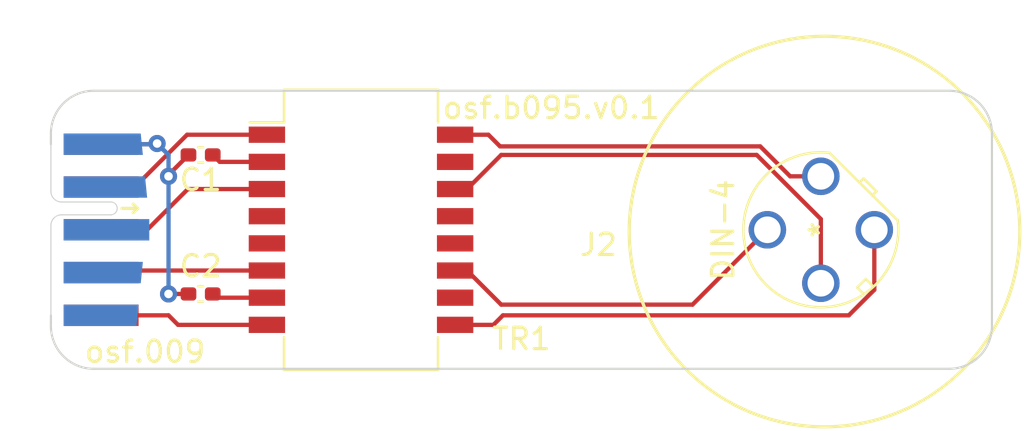
<source format=kicad_pcb>
(kicad_pcb (version 20211014) (generator pcbnew)
  (layers (0 "F.Cu" signal) (31 "B.Cu" signal) (34 "B.Paste" user) (35 "F.Paste" user) (36 "B.SilkS" user "B.Silkscreen") (37 "F.SilkS" user "F.Silkscreen") (38 "B.Mask" user) (39 "F.Mask" user) (44 "Edge.Cuts" user))
  (net 0 "")
  (net 1 "Net-(C1-Pad1)")
  (net 2 "GND")
  (net 3 "Net-(C2-Pad1)")
  (net 4 "/magnetics/TX+")
  (net 5 "/magnetics/TX-")
  (net 6 "/magnetics/RX+")
  (net 7 "/magnetics/RX-")
  (net 12 "/magnetics/RXD-")
  (net 13 "/magnetics/CT2")
  (net 14 "/magnetics/RXD+")
  (net 15 "/magnetics/TXD-")
  (net 16 "/magnetics/CT1")
  (net 17 "/magnetics/TXD+")
  (footprint "parts:M12D" (layer "F.Cu") (at 156 96.5 -90)
    (fp_text reference "J2" (at 0.7 10.4 180) (layer "F.SilkS"))
    (fp_text value "DIN-4" (at 0 4.572 90) (layer "F.SilkS"))
    (fp_text user "*" (at 0 0 -90) (layer "F.SilkS"))
    (fp_text user "*" (at 0 0 90) (layer "F.SilkS"))
    (fp_line (start 2.7 -1.7) (end 3 -2) (layer "F.SilkS") (width 0.12))
    (fp_line (start -0.465621 -3.569761) (end -3.6 -0.4) (layer "F.SilkS") (width 0.12))
    (fp_line (start -1.8 -2.6) (end -1.6 -2.4) (layer "F.SilkS") (width 0.12))
    (fp_line (start 2.6 -2.4) (end 2.3 -2.1) (layer "F.SilkS") (width 0.12))
    (fp_line (start -2.2 -1.8) (end -2.4 -2) (layer "F.SilkS") (width 0.12))
    (fp_line (start 2.3 -2.1) (end 2.7 -1.7) (layer "F.SilkS") (width 0.12))
    (fp_line (start -2.4 -2) (end -1.8 -2.6) (layer "F.SilkS") (width 0.12))
    (fp_arc (start -0.468487 -3.591728) (mid 2.585523 2.536742) (end -3.599999 -0.399999) (layer "F.SilkS") (width 0.12))
    (fp_circle (center 0.082235 -0.171765) (end 9.213535 -0.171765) (layer "F.SilkS") (width 0.1524) (fill none))
    (pad "1" thru_hole circle (at -2.5 0 270) (size 1.7526 1.7526) (drill 1.2446) (layers *.Cu *.Mask) (net 17 "/magnetics/TXD+"))
    (pad "2" thru_hole circle (at 0 -2.5 270) (size 1.7526 1.7526) (drill 1.2446) (layers *.Cu *.Mask) (net 12 "/magnetics/RXD-"))
    (pad "3" thru_hole circle (at 2.5 0) (size 1.7526 1.7526) (drill 1.2446) (layers *.Cu *.Mask) (net 15 "/magnetics/TXD-"))
    (pad "4" thru_hole circle (at 0 2.5) (size 1.7526 1.7526) (drill 1.2446) (layers *.Cu *.Mask) (net 14 "/magnetics/RXD+"))
  )
  (footprint "Capacitor_SMD:C_0402_1005Metric_Pad0.74x0.62mm_HandSolder" (layer "F.Cu") (at 127 93 180)
    (fp_text reference "C1" (at 0 -1.16) (layer "F.SilkS"))
    (fp_text value "100nF")
    (fp_line (start -0.115835 -0.36) (end 0.115835 -0.36) (layer "F.SilkS") (width 0.12))
    (fp_line (start -0.115835 0.36) (end 0.115835 0.36) (layer "F.SilkS") (width 0.12))
    (pad "1" smd roundrect (at -0.5675 0 180) (size 0.735 0.62) (layers "F.Cu" "F.Paste" "F.Mask") (net 1 "Net-(C1-Pad1)"))
    (pad "2" smd roundrect (at 0.5675 0 180) (size 0.735 0.62) (layers "F.Cu" "F.Paste" "F.Mask") (net 2 "GND"))
  )
  (footprint "parts:749013011A" (layer "F.Cu") (at 134.5 96.5)
    (fp_text reference "TR1" (at 7.5 5.1) (layer "F.SilkS"))
    (fp_text value "749013011A")
    (fp_line (start -3.6 -6.55) (end 3.6 -6.55) (layer "F.SilkS") (width 0.12))
    (fp_line (start 3.6 6.55) (end 3.6 5.025) (layer "F.SilkS") (width 0.12))
    (fp_line (start -3.6 5.025) (end -3.6 6.55) (layer "F.SilkS") (width 0.12))
    (fp_line (start -3.6 -5.025) (end -3.6 -6.55) (layer "F.SilkS") (width 0.12))
    (fp_line (start -3.6 6.55) (end 3.6 6.55) (layer "F.SilkS") (width 0.12))
    (fp_line (start -5.2 -5.025) (end -3.6 -5.025) (layer "F.SilkS") (width 0.12))
    (fp_line (start 3.6 -6.55) (end 3.6 -5.025) (layer "F.SilkS") (width 0.12))
    (pad "1" smd rect (at -4.4 -4.445) (size 1.7 0.76) (layers "F.Cu" "F.Paste" "F.Mask") (net 4 "/magnetics/TX+"))
    (pad "2" smd rect (at -4.4 -3.175) (size 1.7 0.76) (layers "F.Cu" "F.Paste" "F.Mask") (net 1 "Net-(C1-Pad1)"))
    (pad "3" smd rect (at -4.4 -1.905) (size 1.7 0.76) (layers "F.Cu" "F.Paste" "F.Mask") (net 5 "/magnetics/TX-"))
    (pad "4" smd rect (at -4.4 -0.635) (size 1.7 0.76) (layers "F.Cu" "F.Paste" "F.Mask"))
    (pad "5" smd rect (at -4.4 0.635) (size 1.7 0.76) (layers "F.Cu" "F.Paste" "F.Mask"))
    (pad "6" smd rect (at -4.4 1.905) (size 1.7 0.76) (layers "F.Cu" "F.Paste" "F.Mask") (net 6 "/magnetics/RX+"))
    (pad "7" smd rect (at -4.4 3.175) (size 1.7 0.76) (layers "F.Cu" "F.Paste" "F.Mask") (net 3 "Net-(C2-Pad1)"))
    (pad "8" smd rect (at -4.4 4.445) (size 1.7 0.76) (layers "F.Cu" "F.Paste" "F.Mask") (net 7 "/magnetics/RX-"))
    (pad "9" smd rect (at 4.4 4.445) (size 1.7 0.76) (layers "F.Cu" "F.Paste" "F.Mask") (net 12 "/magnetics/RXD-"))
    (pad "10" smd rect (at 4.4 3.175) (size 1.7 0.76) (layers "F.Cu" "F.Paste" "F.Mask") (net 13 "/magnetics/CT2"))
    (pad "11" smd rect (at 4.4 1.905) (size 1.7 0.76) (layers "F.Cu" "F.Paste" "F.Mask") (net 14 "/magnetics/RXD+"))
    (pad "12" smd rect (at 4.4 0.635) (size 1.7 0.76) (layers "F.Cu" "F.Paste" "F.Mask"))
    (pad "13" smd rect (at 4.4 -0.635) (size 1.7 0.76) (layers "F.Cu" "F.Paste" "F.Mask"))
    (pad "14" smd rect (at 4.4 -1.905) (size 1.7 0.76) (layers "F.Cu" "F.Paste" "F.Mask") (net 15 "/magnetics/TXD-"))
    (pad "15" smd rect (at 4.4 -3.175) (size 1.7 0.76) (layers "F.Cu" "F.Paste" "F.Mask") (net 16 "/magnetics/CT1"))
    (pad "16" smd rect (at 4.4 -4.445) (size 1.7 0.76) (layers "F.Cu" "F.Paste" "F.Mask") (net 17 "/magnetics/TXD+"))
  )
  (footprint "Capacitor_SMD:C_0402_1005Metric_Pad0.74x0.62mm_HandSolder" (layer "F.Cu") (at 127 99.5 180)
    (fp_text reference "C2" (at 0 1.3) (layer "F.SilkS"))
    (fp_text value "100nF")
    (fp_line (start -0.115835 -0.36) (end 0.115835 -0.36) (layer "F.SilkS") (width 0.12))
    (fp_line (start -0.115835 0.36) (end 0.115835 0.36) (layer "F.SilkS") (width 0.12))
    (pad "1" smd roundrect (at -0.5675 0 180) (size 0.735 0.62) (layers "F.Cu" "F.Paste" "F.Mask") (net 3 "Net-(C2-Pad1)"))
    (pad "2" smd roundrect (at 0.5675 0 180) (size 0.735 0.62) (layers "F.Cu" "F.Paste" "F.Mask") (net 2 "GND"))
  )
  (footprint "on_edge:on_edge_2x05_device" (layer "F.Cu") (at 120 96.5 -90)
    (fp_text reference "J1")
    (fp_text value "009_1000BASE-T")
    (fp_line (start -1 -4.05) (end -0.8 -3.85) (layer "F.SilkS") (width 0.153))
    (fp_line (start -1 -4.05) (end -1 -3.323) (layer "F.SilkS") (width 0.153))
    (fp_line (start -1.2 -3.85) (end -1 -4.05) (layer "F.SilkS") (width 0.153))
    (fp_line (start -0.2 0) (end 4 0) (layer "Edge.Cuts") (width 0.05))
    (fp_line (start -0.7 -0.5) (end -0.7 -2.8) (layer "Edge.Cuts") (width 0.05))
    (fp_line (start -4 0) (end -1.8 0) (layer "Edge.Cuts") (width 0.05))
    (fp_line (start -1.3 -2.8) (end -1.3 -0.5) (layer "Edge.Cuts") (width 0.05))
    (fp_arc (start -0.2 0) (mid -0.553553 -0.146447) (end -0.7 -0.5) (layer "Edge.Cuts") (width 0.05))
    (fp_arc (start -1.3 -0.5) (mid -1.446447 -0.146447) (end -1.8 0) (layer "Edge.Cuts") (width 0.05))
    (fp_arc (start -1.3 -2.8) (mid -1 -3.1) (end -0.7 -2.8) (layer "Edge.Cuts") (width 0.05))
    (pad "1" smd rect (at -4 -2.35 90) (size 1 3.5) (layers "F.Cu" "F.Mask") (net 2 "GND"))
    (pad "2" smd rect (at -2 -2.35 270) (size 1 3.5) (layers "F.Cu" "F.Mask") (net 4 "/magnetics/TX+"))
    (pad "3" smd rect (at 0 -2.35 270) (size 1 3.5) (layers "F.Cu" "F.Mask") (net 5 "/magnetics/TX-"))
    (pad "4" smd rect (at 2 -2.35 90) (size 1 3.5) (layers "F.Cu" "F.Mask") (net 6 "/magnetics/RX+"))
    (pad "5" smd rect (at 4 -2.35 90) (size 1 3.5) (layers "F.Cu" "F.Mask") (net 7 "/magnetics/RX-"))
    (pad "6" smd custom (at -4 -2.4 270) (size 1 3.6) (layers "B.Cu" "B.Mask") (net 2 "GND") (options (clearance outline) (anchor rect)) (primitives (gr_poly (pts (xy 0.5 -1.8) (xy 0.5 -1.9) (xy -0.5 -1.8)) (width 0) (fill yes))))
    (pad "7" smd custom (at -2 -2.1 270) (size 1 3) (layers "B.Cu" "B.Mask") (options (clearance outline) (anchor rect)) (primitives (gr_poly (pts (xy 0.3 -0.51) (xy 0.31 -0.62) (xy 0.33 -0.7) (xy 0.35 -0.76) (xy 0.37 -0.81) (xy 0.4 -0.86) (xy 0.44 -0.92) (xy 0.48 -0.97) (xy 0.5 -0.99) (xy 0.5 -2.4) (xy -0.5 -2.3) (xy -0.5 1.5) (xy 0.3 1.5)) (width 0) (fill yes))))
    (pad "8" smd rect (at 0 -2.6 270) (size 1 4) (layers "B.Cu" "B.Mask"))
    (pad "9" smd custom (at 2 -2.4 270) (size 1 3.6) (layers "B.Cu" "B.Mask") (options (clearance outline) (anchor rect)) (primitives (gr_poly (pts (xy -0.5 -1.8) (xy -0.5 -1.9) (xy 0.5 -1.8)) (width 0) (fill yes))))
    (pad "10" smd custom (at 4 -2.3 270) (size 1 3.4) (layers "B.Cu" "B.Mask") (options (clearance outline) (anchor rect)) (primitives (gr_poly (pts (xy -0.5 -1.7) (xy -0.5 -1.8) (xy 0.5 -1.7)) (width 0) (fill yes))))
  )
  (gr_line (start 120 100.5) (end 120 101) (layer "Edge.Cuts") (width 0.1))
  (gr_arc (start 164 101) (mid 163.414214 102.414214) (end 162 103) (layer "Edge.Cuts") (width 0.1))
  (gr_arc (start 120 92) (mid 120.585786 90.585786) (end 122 90) (layer "Edge.Cuts") (width 0.1))
  (gr_line (start 122 103) (end 162 103) (layer "Edge.Cuts") (width 0.1))
  (gr_line (start 120 92.5) (end 120 92) (layer "Edge.Cuts") (width 0.1))
  (gr_arc (start 162 90) (mid 163.414214 90.585786) (end 164 92) (layer "Edge.Cuts") (width 0.1))
  (gr_arc (start 122 103) (mid 120.585786 102.414214) (end 120 101) (layer "Edge.Cuts") (width 0.1))
  (gr_line (start 164 101) (end 164 92) (layer "Edge.Cuts") (width 0.1))
  (gr_line (start 162 90) (end 122 90) (layer "Edge.Cuts") (width 0.1))
  (gr_text "osf.009" (at 124.4 102.2) (layer "F.SilkS") (effects (font (size 1 1))))
  (gr_text "osf.b095.v0.1" (at 143.4 90.8) (layer "F.SilkS") (effects (font (size 1 1))))
  (segment (start 127.8925 93.325) (end 127.5675 93) (width 0.2) (layer "F.Cu") (net 1))
  (segment (start 130.1 93.325) (end 127.8925 93.325) (width 0.2) (layer "F.Cu") (net 1))
  (segment (start 125.5 94) (end 125.5 93.9325) (width 0.2) (layer "F.Cu") (net 2))
  (segment (start 124.93229 92.5) (end 124.966145 92.466145) (width 0.2) (layer "F.Cu") (net 2))
  (segment (start 125.5 93.9325) (end 126.4325 93) (width 0.2) (layer "F.Cu") (net 2))
  (segment (start 126.4325 99.5) (end 125.5 99.5) (width 0.2) (layer "F.Cu") (net 2))
  (segment (start 122.35 92.5) (end 124.93229 92.5) (width 0.2) (layer "F.Cu") (net 2))
  (via (at 124.966145 92.466145) (size 0.8) (drill 0.4) (layers "F.Cu" "B.Cu") (net 2))
  (via (at 125.5 99.5) (size 0.8) (drill 0.4) (layers "F.Cu" "B.Cu") (net 2))
  (via (at 125.5 94) (size 0.8) (drill 0.4) (layers "F.Cu" "B.Cu") (net 2))
  (segment (start 124.966145 92.466145) (end 125.5 93) (width 0.2) (layer "B.Cu") (net 2))
  (segment (start 125.5 94) (end 125.5 93) (width 0.2) (layer "B.Cu") (net 2))
  (segment (start 125.5 93) (end 125 92.5) (width 0.2) (layer "B.Cu") (net 2))
  (segment (start 125 92.5) (end 122.4 92.5) (width 0.2) (layer "B.Cu") (net 2))
  (segment (start 125.5 99.5) (end 125.5 94) (width 0.2) (layer "B.Cu") (net 2))
  (segment (start 127.7425 99.675) (end 127.5675 99.5) (width 0.2) (layer "F.Cu") (net 3))
  (segment (start 130.1 99.675) (end 127.7425 99.675) (width 0.2) (layer "F.Cu") (net 3))
  (segment (start 130.1 92.055) (end 126.366533 92.055) (width 0.2) (layer "F.Cu") (net 4))
  (segment (start 123.921533 94.5) (end 122.35 94.5) (width 0.2) (layer "F.Cu") (net 4))
  (segment (start 126.366533 92.055) (end 123.921533 94.5) (width 0.2) (layer "F.Cu") (net 4))
  (segment (start 130.1 94.595) (end 126.405 94.595) (width 0.2) (layer "F.Cu") (net 5))
  (segment (start 124.5 96.5) (end 122.35 96.5) (width 0.2) (layer "F.Cu") (net 5))
  (segment (start 126.405 94.595) (end 124.5 96.5) (width 0.2) (layer "F.Cu") (net 5))
  (segment (start 122.445 98.405) (end 122.35 98.5) (width 0.2) (layer "F.Cu") (net 6))
  (segment (start 130.1 98.405) (end 122.445 98.405) (width 0.2) (layer "F.Cu") (net 6))
  (segment (start 125.945 100.945) (end 125.5 100.5) (width 0.2) (layer "F.Cu") (net 7))
  (segment (start 130.1 100.945) (end 125.945 100.945) (width 0.2) (layer "F.Cu") (net 7))
  (segment (start 125.5 100.5) (end 122.35 100.5) (width 0.2) (layer "F.Cu") (net 7))
  (segment (start 140.69125 100.945) (end 141.13625 100.5) (width 0.2) (layer "F.Cu") (net 12))
  (segment (start 157.30665 100.5) (end 158.5 99.30665) (width 0.2) (layer "F.Cu") (net 12))
  (segment (start 158.5 99.30665) (end 158.5 96.5) (width 0.2) (layer "F.Cu") (net 12))
  (segment (start 138.9 100.945) (end 140.69125 100.945) (width 0.2) (layer "F.Cu") (net 12))
  (segment (start 141.13625 100.5) (end 157.30665 100.5) (width 0.2) (layer "F.Cu") (net 12))
  (segment (start 150 100) (end 153.5 96.5) (width 0.2) (layer "F.Cu") (net 14))
  (segment (start 139.46 98.405) (end 141.055 100) (width 0.2) (layer "F.Cu") (net 14))
  (segment (start 138.9 98.405) (end 139.46 98.405) (width 0.2) (layer "F.Cu") (net 14))
  (segment (start 141.055 100) (end 150 100) (width 0.2) (layer "F.Cu") (net 14))
  (segment (start 156 96) (end 156 99) (width 0.2) (layer "F.Cu") (net 15))
  (segment (start 141.055 93) (end 153 93) (width 0.2) (layer "F.Cu") (net 15))
  (segment (start 138.9 94.595) (end 139.46 94.595) (width 0.2) (layer "F.Cu") (net 15))
  (segment (start 139.46 94.595) (end 141.055 93) (width 0.2) (layer "F.Cu") (net 15))
  (segment (start 153 93) (end 156 96) (width 0.2) (layer "F.Cu") (net 15))
  (segment (start 140.455 92.055) (end 141 92.6) (width 0.2) (layer "F.Cu") (net 17))
  (segment (start 154.565686 94) (end 156 94) (width 0.2) (layer "F.Cu") (net 17))
  (segment (start 138.9 92.055) (end 140.455 92.055) (width 0.2) (layer "F.Cu") (net 17))
  (segment (start 153.165686 92.6) (end 154.565686 94) (width 0.2) (layer "F.Cu") (net 17))
  (segment (start 141 92.6) (end 153.165686 92.6) (width 0.2) (layer "F.Cu") (net 17))
)
</source>
